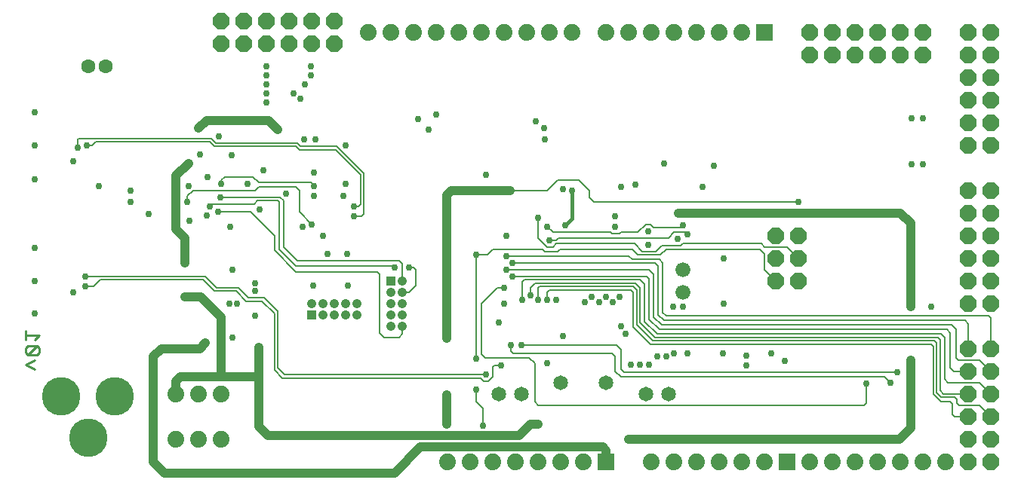
<source format=gbl>
G75*
%MOIN*%
%OFA0B0*%
%FSLAX24Y24*%
%IPPOS*%
%LPD*%
%AMOC8*
5,1,8,0,0,1.08239X$1,22.5*
%
%ADD10C,0.0110*%
%ADD11C,0.0630*%
%ADD12C,0.1700*%
%ADD13C,0.0740*%
%ADD14R,0.0740X0.0740*%
%ADD15OC8,0.0740*%
%ADD16R,0.0410X0.0410*%
%ADD17C,0.0410*%
%ADD18C,0.0650*%
%ADD19C,0.0660*%
%ADD20C,0.0300*%
%ADD21C,0.0080*%
%ADD22C,0.0400*%
%ADD23C,0.0400*%
%ADD24C,0.0160*%
D10*
X006615Y016785D02*
X007008Y016982D01*
X007107Y017233D02*
X006713Y017233D01*
X007107Y017626D01*
X006713Y017626D01*
X006615Y017528D01*
X006615Y017331D01*
X006713Y017233D01*
X007107Y017233D02*
X007205Y017331D01*
X007205Y017528D01*
X007107Y017626D01*
X007008Y017877D02*
X007205Y018074D01*
X006615Y018074D01*
X006615Y017877D02*
X006615Y018271D01*
X006615Y016785D02*
X007008Y016588D01*
D11*
X009366Y030000D03*
X010153Y030000D03*
D12*
X010553Y015400D03*
X008191Y015400D03*
X009372Y013550D03*
D13*
X013260Y013500D03*
X014260Y013500D03*
X015260Y013500D03*
X015260Y015500D03*
X014260Y015500D03*
X013260Y015500D03*
X025260Y012500D03*
X026260Y012500D03*
X027260Y012500D03*
X028260Y012500D03*
X029260Y012500D03*
X030260Y012500D03*
X031260Y012500D03*
X034260Y012500D03*
X035260Y012500D03*
X036260Y012500D03*
X037260Y012500D03*
X038260Y012500D03*
X039260Y012500D03*
X041260Y012500D03*
X042260Y012500D03*
X043260Y012500D03*
X044260Y012500D03*
X045260Y012500D03*
X046260Y012500D03*
X047260Y012500D03*
X038260Y031500D03*
X037260Y031500D03*
X036260Y031500D03*
X035260Y031500D03*
X034260Y031500D03*
X033260Y031500D03*
X032260Y031500D03*
X030760Y031500D03*
X029760Y031500D03*
X028760Y031500D03*
X027760Y031500D03*
X026760Y031500D03*
X025760Y031500D03*
X024760Y031500D03*
X023760Y031500D03*
X022760Y031500D03*
X021760Y031500D03*
D14*
X039260Y031500D03*
X040260Y012500D03*
X032260Y012500D03*
D15*
X039760Y020500D03*
X040760Y020500D03*
X040760Y021500D03*
X040760Y022500D03*
X039760Y022500D03*
X039760Y021500D03*
X048260Y021500D03*
X049260Y021500D03*
X049260Y022500D03*
X048260Y022500D03*
X048260Y023500D03*
X049260Y023500D03*
X049260Y024500D03*
X048260Y024500D03*
X048260Y026500D03*
X049260Y026500D03*
X049260Y027500D03*
X048260Y027500D03*
X048260Y028500D03*
X049260Y028500D03*
X049260Y029500D03*
X048260Y029500D03*
X048260Y030500D03*
X049260Y030500D03*
X049260Y031500D03*
X048260Y031500D03*
X046260Y031500D03*
X045260Y031500D03*
X044260Y031500D03*
X043260Y031500D03*
X042260Y031500D03*
X041260Y031500D03*
X041260Y030500D03*
X042260Y030500D03*
X043260Y030500D03*
X044260Y030500D03*
X045260Y030500D03*
X046260Y030500D03*
X048260Y020500D03*
X049260Y020500D03*
X049260Y019500D03*
X048260Y019500D03*
X048260Y017500D03*
X049260Y017500D03*
X049260Y016500D03*
X048260Y016500D03*
X048260Y015500D03*
X049260Y015500D03*
X049260Y014500D03*
X048260Y014500D03*
X048260Y013500D03*
X049260Y013500D03*
X049260Y012500D03*
X048260Y012500D03*
X020260Y031000D03*
X019260Y031000D03*
X018260Y031000D03*
X017260Y031000D03*
X016260Y031000D03*
X015260Y031000D03*
X015260Y032000D03*
X016260Y032000D03*
X017260Y032000D03*
X018260Y032000D03*
X019260Y032000D03*
X020260Y032000D03*
D16*
X022760Y020500D03*
X019260Y019000D03*
D17*
X019760Y019000D03*
X020260Y019000D03*
X020760Y019000D03*
X021260Y019000D03*
X021260Y019500D03*
X020760Y019500D03*
X020260Y019500D03*
X019760Y019500D03*
X019260Y019500D03*
X022760Y019500D03*
X023260Y019500D03*
X023260Y019000D03*
X022760Y019000D03*
X022760Y018500D03*
X023260Y018500D03*
X023260Y020000D03*
X022760Y020000D03*
X023260Y020500D03*
D18*
X030260Y016000D03*
X028510Y015500D03*
X027510Y015500D03*
X032260Y016000D03*
X034010Y015500D03*
X035010Y015500D03*
D19*
X035660Y020000D03*
X035660Y021000D03*
D20*
X037460Y021500D03*
X035860Y022550D03*
X035660Y022950D03*
X035410Y022350D03*
X034110Y022100D03*
X034110Y022700D03*
X032660Y022900D03*
X032660Y023350D03*
X032910Y024650D03*
X033560Y024750D03*
X034810Y025700D03*
X036510Y024650D03*
X037010Y025600D03*
X040760Y024000D03*
X045760Y025650D03*
X046260Y025650D03*
X046260Y027700D03*
X045760Y027700D03*
X032860Y019800D03*
X032560Y019550D03*
X032260Y019800D03*
X031960Y019550D03*
X031610Y019800D03*
X031310Y019550D03*
X030060Y019650D03*
X029660Y019650D03*
X029260Y019650D03*
X028910Y019850D03*
X028560Y019650D03*
X027760Y019500D03*
X027760Y020200D03*
X028110Y020700D03*
X027860Y021000D03*
X028110Y021300D03*
X027860Y021600D03*
X027860Y022500D03*
X026510Y021650D03*
X023560Y021100D03*
X022910Y021100D03*
X020810Y021700D03*
X019960Y021700D03*
X019760Y022500D03*
X019260Y023000D03*
X018860Y022900D03*
X019360Y024250D03*
X019360Y024700D03*
X019360Y025300D03*
X020760Y024800D03*
X020660Y024250D03*
X021110Y023800D03*
X021110Y023350D03*
X018110Y024350D03*
X016960Y023650D03*
X016410Y024800D03*
X017110Y025400D03*
X015710Y026050D03*
X014660Y025100D03*
X015260Y024800D03*
X015210Y024200D03*
X014760Y023800D03*
X014610Y023400D03*
X015110Y023550D03*
X015660Y022900D03*
X013860Y023150D03*
X013760Y024000D03*
X013810Y024700D03*
X014310Y026100D03*
X015160Y026900D03*
X017260Y028400D03*
X017260Y028800D03*
X017260Y029200D03*
X017260Y029600D03*
X017260Y030000D03*
X018460Y028800D03*
X018760Y028550D03*
X018960Y029200D03*
X019210Y029600D03*
X019210Y030000D03*
X023960Y027650D03*
X024410Y027200D03*
X024760Y027850D03*
X026960Y025200D03*
X028010Y024500D03*
X029260Y023300D03*
X029660Y022900D03*
X030460Y022950D03*
X029760Y022300D03*
X030360Y024550D03*
X030760Y024500D03*
X029560Y026750D03*
X029510Y027250D03*
X029160Y027550D03*
X020760Y026500D03*
X019410Y026750D03*
X018910Y026750D03*
X012060Y023450D03*
X011260Y024000D03*
X011260Y024500D03*
X009860Y024700D03*
X008710Y025800D03*
X008910Y026400D03*
X009310Y026500D03*
X007010Y026500D03*
X007010Y027950D03*
X007010Y025000D03*
X007010Y021950D03*
X007010Y020500D03*
X008710Y020000D03*
X009260Y020250D03*
X009260Y020700D03*
X007010Y019050D03*
X015610Y019500D03*
X015960Y019500D03*
X016760Y018950D03*
X015760Y018000D03*
X016760Y020050D03*
X016760Y020400D03*
X015760Y021000D03*
X019310Y020300D03*
X020860Y020300D03*
X026510Y017050D03*
X026960Y016350D03*
X027610Y016750D03*
X028060Y017650D03*
X028510Y017650D03*
X029660Y016850D03*
X030360Y018050D03*
X032910Y018500D03*
X033110Y018150D03*
X034510Y017150D03*
X034910Y017150D03*
X035260Y017300D03*
X035860Y017300D03*
X037410Y017300D03*
X038460Y017200D03*
X038460Y016750D03*
X039560Y017300D03*
X040160Y016950D03*
X043760Y015950D03*
X044810Y016000D03*
X045110Y016450D03*
X046610Y019350D03*
X037460Y019500D03*
X035660Y019350D03*
X035210Y019350D03*
X034160Y016800D03*
X033760Y016800D03*
X033360Y016800D03*
X027510Y018650D03*
X026510Y015700D03*
X026810Y014100D03*
D21*
X026810Y014850D01*
X026510Y015150D01*
X026510Y015700D01*
X026860Y016050D02*
X027060Y016050D01*
X027260Y016250D01*
X027260Y016700D01*
X027310Y016750D01*
X027610Y016750D01*
X026960Y016350D02*
X018060Y016350D01*
X017760Y016650D01*
X017760Y019150D01*
X017160Y019750D01*
X016460Y019750D01*
X016010Y020200D01*
X015060Y020200D01*
X014560Y020700D01*
X009260Y020700D01*
X009260Y020250D02*
X009610Y020250D01*
X009910Y020550D01*
X014460Y020550D01*
X014960Y020050D01*
X015910Y020050D01*
X016360Y019600D01*
X017060Y019600D01*
X017610Y019050D01*
X017610Y016550D01*
X017960Y016200D01*
X026710Y016200D01*
X026860Y016050D01*
X026910Y017100D02*
X028860Y017100D01*
X029110Y016850D01*
X029110Y015150D01*
X029260Y015000D01*
X043660Y015000D01*
X043760Y015100D01*
X043760Y015950D01*
X044560Y016250D02*
X044810Y016000D01*
X044560Y016250D02*
X032910Y016250D01*
X032660Y016500D01*
X032660Y017150D01*
X032510Y017300D01*
X028160Y017300D01*
X028060Y017400D01*
X028060Y017650D01*
X028510Y017650D02*
X032710Y017650D01*
X032910Y017450D01*
X032910Y016600D01*
X033060Y016450D01*
X045110Y016450D01*
X046710Y015500D02*
X047060Y015150D01*
X047460Y015150D01*
X047560Y015050D01*
X047560Y014600D01*
X047660Y014500D01*
X048260Y014500D01*
X047860Y015000D02*
X048760Y015000D01*
X049260Y014500D01*
X047860Y015000D02*
X047760Y015100D01*
X047760Y015250D01*
X047660Y015350D01*
X047060Y015350D01*
X046860Y015550D01*
X046860Y017750D01*
X046760Y017850D01*
X034310Y017850D01*
X033610Y018550D01*
X033610Y020100D01*
X033460Y020250D01*
X029310Y020250D01*
X029260Y020200D01*
X029260Y019650D01*
X029660Y019650D02*
X029660Y020000D01*
X029760Y020100D01*
X033360Y020100D01*
X033460Y020000D01*
X033460Y018450D01*
X034210Y017700D01*
X046610Y017700D01*
X046710Y017600D01*
X046710Y015500D01*
X047010Y015650D02*
X047160Y015500D01*
X048260Y015500D01*
X048760Y016000D02*
X047360Y016000D01*
X047210Y016150D01*
X047210Y018000D01*
X047060Y018150D01*
X034510Y018150D01*
X033960Y018700D01*
X033960Y020350D01*
X033760Y020550D01*
X028660Y020550D01*
X028560Y020450D01*
X028560Y019650D01*
X028910Y019850D02*
X028910Y020200D01*
X029110Y020400D01*
X033560Y020400D01*
X033760Y020200D01*
X033760Y018650D01*
X034410Y018000D01*
X046910Y018000D01*
X047010Y017900D01*
X047010Y015650D01*
X047610Y016500D02*
X048260Y016500D01*
X047610Y016500D02*
X047460Y016650D01*
X047460Y018200D01*
X047310Y018350D01*
X034610Y018350D01*
X034160Y018800D01*
X034160Y020600D01*
X034060Y020700D01*
X028110Y020700D01*
X027860Y021000D02*
X034160Y021000D01*
X034360Y020800D01*
X034360Y018900D01*
X034710Y018550D01*
X047510Y018550D01*
X047710Y018350D01*
X047710Y017100D01*
X047810Y017000D01*
X048760Y017000D01*
X049260Y016500D01*
X048760Y016000D02*
X049260Y015500D01*
X049260Y017500D02*
X049260Y018850D01*
X049160Y018950D01*
X034910Y018950D01*
X034760Y019100D01*
X034760Y021300D01*
X034610Y021450D01*
X033410Y021450D01*
X033260Y021600D01*
X027860Y021600D01*
X028110Y021300D02*
X034410Y021300D01*
X034560Y021150D01*
X034560Y019000D01*
X034810Y018750D01*
X048110Y018750D01*
X048260Y018600D01*
X048260Y017500D01*
X040760Y021500D02*
X040260Y022000D01*
X039260Y022000D01*
X039110Y022150D01*
X035660Y022150D01*
X035560Y022050D01*
X034710Y022050D01*
X034460Y021800D01*
X033860Y021800D01*
X033510Y022150D01*
X030060Y022150D01*
X029910Y022000D01*
X029660Y022000D01*
X029260Y022400D01*
X029260Y023300D01*
X029660Y022900D02*
X029910Y022650D01*
X032460Y022650D01*
X032510Y022600D01*
X032860Y022600D01*
X032910Y022650D01*
X033660Y022650D01*
X034010Y023000D01*
X034210Y023000D01*
X034360Y022850D01*
X035560Y022850D01*
X035660Y022950D01*
X035760Y022650D02*
X035260Y022650D01*
X035010Y022400D01*
X030160Y022400D01*
X030060Y022300D01*
X029760Y022300D01*
X029460Y021900D02*
X029560Y021800D01*
X030110Y021800D01*
X030210Y021900D01*
X033410Y021900D01*
X033660Y021650D01*
X034660Y021650D01*
X034910Y021900D01*
X039060Y021900D01*
X039260Y021700D01*
X039260Y021000D01*
X039760Y020500D01*
X035860Y022550D02*
X035760Y022650D01*
X031710Y024000D02*
X040760Y024000D01*
X031710Y024000D02*
X031510Y024200D01*
X031510Y024500D01*
X031060Y024950D01*
X030110Y024950D01*
X029660Y024500D01*
X028010Y024500D01*
X027260Y021900D02*
X029460Y021900D01*
X027260Y021900D02*
X027010Y021650D01*
X026510Y021650D01*
X026510Y017050D01*
X026760Y017250D02*
X026910Y017100D01*
X026760Y017250D02*
X026760Y019500D01*
X027460Y020200D01*
X027760Y020200D01*
X023860Y020300D02*
X023560Y020000D01*
X023260Y020000D01*
X023260Y020500D02*
X023260Y021250D01*
X023110Y021400D01*
X018610Y021400D01*
X018010Y022000D01*
X018010Y024050D01*
X017860Y024200D01*
X015210Y024200D01*
X014860Y023900D02*
X016710Y023900D01*
X016860Y024050D01*
X017760Y024050D01*
X017810Y024000D01*
X017810Y021900D01*
X018560Y021150D01*
X022860Y021150D01*
X022910Y021100D01*
X023560Y021100D02*
X023760Y021100D01*
X023860Y021000D01*
X023860Y020300D01*
X022260Y020800D02*
X022260Y018200D01*
X022460Y018000D01*
X023110Y018000D01*
X023260Y018150D01*
X023260Y018500D01*
X022260Y020800D02*
X022160Y020900D01*
X018560Y020900D01*
X017610Y021850D01*
X017610Y022500D01*
X016560Y023550D01*
X015110Y023550D01*
X014760Y023800D02*
X014860Y023900D01*
X014010Y024500D02*
X013760Y024250D01*
X013760Y024000D01*
X014010Y024500D02*
X016760Y024500D01*
X016910Y024650D01*
X018560Y024650D01*
X018710Y024500D01*
X018710Y023550D01*
X019260Y023000D01*
X021110Y023350D02*
X021460Y023350D01*
X021560Y023450D01*
X021560Y025250D01*
X020360Y026450D01*
X018760Y026450D01*
X018610Y026600D01*
X015010Y026600D01*
X014810Y026800D01*
X008960Y026800D01*
X008910Y026750D01*
X008910Y026400D01*
X009310Y026500D02*
X009560Y026500D01*
X009710Y026650D01*
X014760Y026650D01*
X014960Y026450D01*
X018560Y026450D01*
X018710Y026300D01*
X020310Y026300D01*
X021410Y025200D01*
X021410Y023900D01*
X021310Y023800D01*
X021110Y023800D01*
X019360Y024700D02*
X019210Y024850D01*
X016910Y024850D01*
X016660Y025100D01*
X015410Y025100D01*
X015260Y024950D01*
X015260Y024800D01*
D22*
X013810Y025700D03*
X014260Y027250D03*
X017760Y027200D03*
X013660Y021300D03*
X013660Y019800D03*
X014560Y017752D03*
X016910Y017550D03*
X025210Y017950D03*
X025210Y015450D03*
X025210Y014150D03*
X029260Y014150D03*
X033260Y013500D03*
X045710Y017000D03*
X045710Y019350D03*
X035460Y023500D03*
D23*
X012760Y012000D02*
X012260Y012500D01*
X012260Y017150D01*
X012610Y017500D01*
X014308Y017500D01*
X014560Y017752D01*
X015260Y018900D02*
X014360Y019800D01*
X013660Y019800D01*
X015260Y018900D02*
X015260Y016250D01*
X013460Y016250D01*
X013260Y016050D01*
X013260Y015500D01*
X015260Y016250D02*
X016910Y016250D01*
X016910Y014050D01*
X017310Y013650D01*
X028410Y013650D01*
X028910Y014150D01*
X029260Y014150D01*
X032110Y013150D02*
X024060Y013150D01*
X022910Y012000D01*
X012760Y012000D01*
X016910Y016250D02*
X016910Y017550D01*
X013660Y021300D02*
X013660Y022400D01*
X013260Y022800D01*
X013260Y025150D01*
X013810Y025700D01*
X014260Y027250D02*
X014610Y027600D01*
X017360Y027600D01*
X017760Y027200D01*
X025210Y024300D02*
X025410Y024500D01*
X028010Y024500D01*
X025210Y024300D02*
X025210Y017950D01*
X025210Y015450D02*
X025210Y014150D01*
X032110Y013150D02*
X032260Y013000D01*
X032260Y012500D01*
X033260Y013500D02*
X045210Y013500D01*
X045710Y014000D01*
X045710Y017000D01*
X045710Y019350D02*
X045710Y023050D01*
X045260Y023500D01*
X035460Y023500D01*
D24*
X030760Y023250D02*
X030460Y022950D01*
X030760Y023250D02*
X030760Y024500D01*
M02*

</source>
